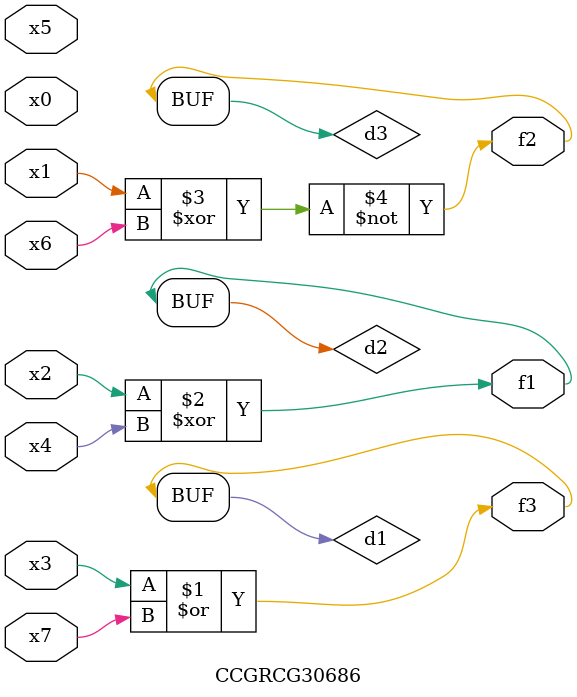
<source format=v>
module CCGRCG30686(
	input x0, x1, x2, x3, x4, x5, x6, x7,
	output f1, f2, f3
);

	wire d1, d2, d3;

	or (d1, x3, x7);
	xor (d2, x2, x4);
	xnor (d3, x1, x6);
	assign f1 = d2;
	assign f2 = d3;
	assign f3 = d1;
endmodule

</source>
